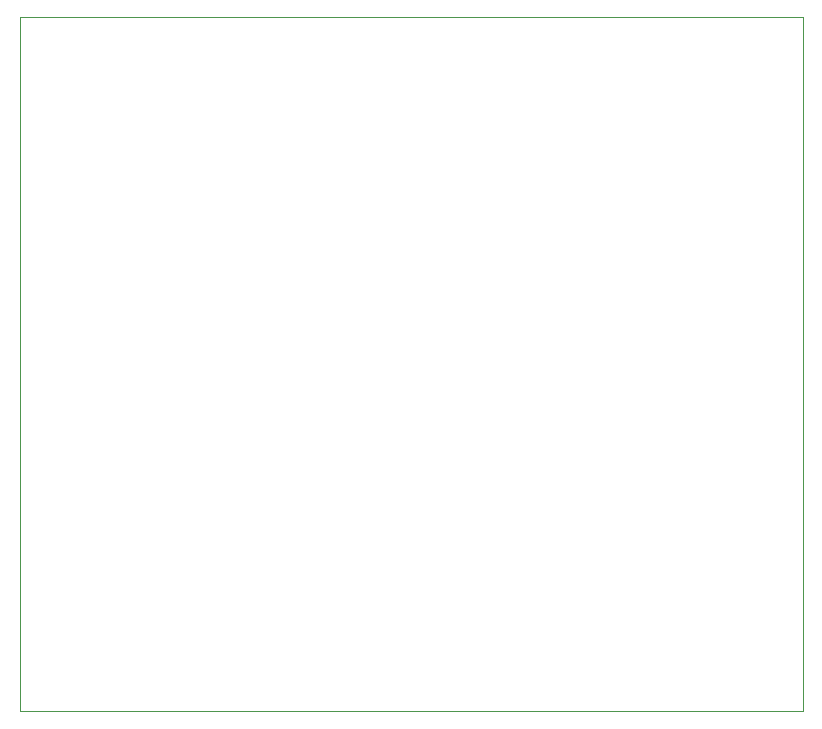
<source format=gbr>
G04*
G04 #@! TF.GenerationSoftware,Altium Limited,Altium Designer,24.6.1 (21)*
G04*
G04 Layer_Color=0*
%FSLAX44Y44*%
%MOMM*%
G71*
G04*
G04 #@! TF.SameCoordinates,455CBF28-0157-4816-AAA5-8F8310DED926*
G04*
G04*
G04 #@! TF.FilePolarity,Positive*
G04*
G01*
G75*
%ADD44C,0.0254*%
D44*
X890270Y680720D02*
Y1268730D01*
X1553210D01*
Y680720D01*
X890270D01*
M02*

</source>
